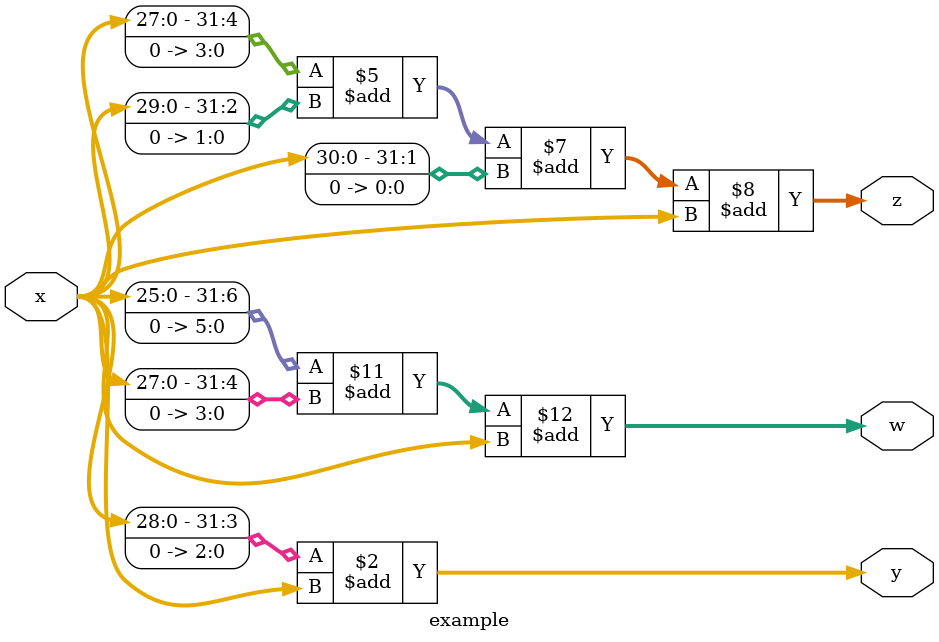
<source format=v>
module example(
    input [31:0] x,
    output [31:0] y,
    output [31:0] z,
    output [31:0] w
);

// Optimized multiplication using shifts and additions
assign y = (x << 3) + x; // y = 9*x, as 9 = 8+1
assign z = (x << 4) + (x << 2) + (x << 1) + x; // z = 23*x, as 23 = 16+4+2+1
assign w = (x << 6) + (x << 4) + x; // w = 81*x, as 81 = 64+16+1

endmodule

</source>
